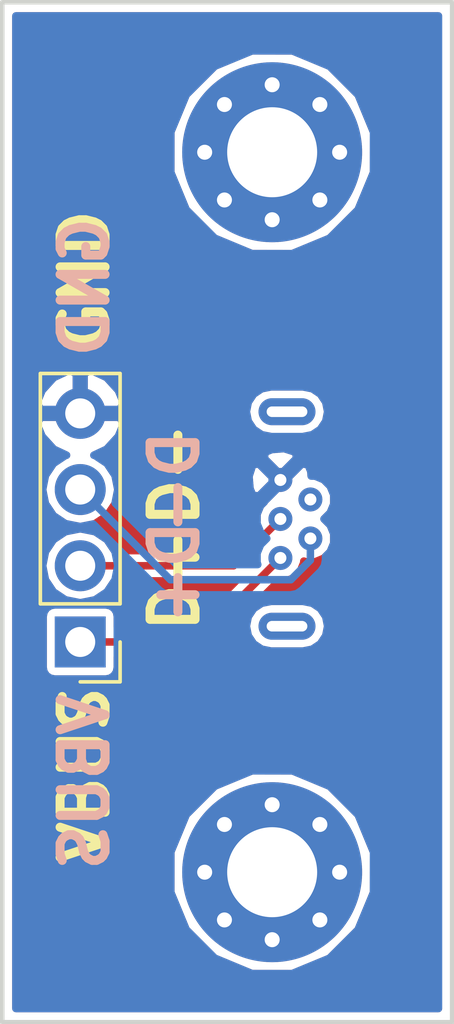
<source format=kicad_pcb>
(kicad_pcb (version 4) (host pcbnew 4.0.7-e2-6376~58~ubuntu16.04.1)

  (general
    (links 5)
    (no_connects 1)
    (area 138.924999 89.924999 154.075001 124.075001)
    (thickness 1.6)
    (drawings 20)
    (tracks 9)
    (zones 0)
    (modules 4)
    (nets 6)
  )

  (page A4)
  (layers
    (0 F.Cu signal)
    (31 B.Cu signal)
    (32 B.Adhes user)
    (33 F.Adhes user)
    (34 B.Paste user)
    (35 F.Paste user)
    (36 B.SilkS user)
    (37 F.SilkS user)
    (38 B.Mask user)
    (39 F.Mask user)
    (40 Dwgs.User user)
    (41 Cmts.User user)
    (42 Eco1.User user)
    (43 Eco2.User user)
    (44 Edge.Cuts user)
    (45 Margin user)
    (46 B.CrtYd user)
    (47 F.CrtYd user)
    (48 B.Fab user)
    (49 F.Fab user)
  )

  (setup
    (last_trace_width 0.25)
    (trace_clearance 0.2)
    (zone_clearance 0.254)
    (zone_45_only no)
    (trace_min 0.2)
    (segment_width 0.2)
    (edge_width 0.15)
    (via_size 0.6)
    (via_drill 0.4)
    (via_min_size 0.4)
    (via_min_drill 0.3)
    (uvia_size 0.3)
    (uvia_drill 0.1)
    (uvias_allowed no)
    (uvia_min_size 0.2)
    (uvia_min_drill 0.1)
    (pcb_text_width 0.3)
    (pcb_text_size 1.5 1.5)
    (mod_edge_width 0.15)
    (mod_text_size 1 1)
    (mod_text_width 0.15)
    (pad_size 1.524 1.524)
    (pad_drill 0.762)
    (pad_to_mask_clearance 0.01)
    (aux_axis_origin 0 0)
    (visible_elements FFFFFF7F)
    (pcbplotparams
      (layerselection 0x00030_80000001)
      (usegerberextensions false)
      (excludeedgelayer true)
      (linewidth 0.100000)
      (plotframeref false)
      (viasonmask false)
      (mode 1)
      (useauxorigin false)
      (hpglpennumber 1)
      (hpglpenspeed 20)
      (hpglpendiameter 15)
      (hpglpenoverlay 2)
      (psnegative false)
      (psa4output false)
      (plotreference true)
      (plotvalue true)
      (plotinvisibletext false)
      (padsonsilk false)
      (subtractmaskfromsilk false)
      (outputformat 1)
      (mirror false)
      (drillshape 1)
      (scaleselection 1)
      (outputdirectory ""))
  )

  (net 0 "")
  (net 1 VBUS)
  (net 2 D+)
  (net 3 D-)
  (net 4 GND)
  (net 5 "Net-(J1-Pad6)")

  (net_class Default "This is the default net class."
    (clearance 0.2)
    (trace_width 0.25)
    (via_dia 0.6)
    (via_drill 0.4)
    (uvia_dia 0.3)
    (uvia_drill 0.1)
    (add_net D+)
    (add_net D-)
    (add_net GND)
    (add_net "Net-(J1-Pad6)")
    (add_net VBUS)
  )

  (module Parts:Wurth_Micro_USB_2.0_Type_B_Vertical (layer F.Cu) (tedit 59AFECC7) (tstamp 59AFEA0A)
    (at 148.775 107.225 90)
    (path /59AFE650)
    (fp_text reference J1 (at 0 -3 90) (layer F.SilkS) hide
      (effects (font (size 1 1) (thickness 0.15)))
    )
    (fp_text value USB_OTG (at 0 3.5 90) (layer F.Fab) hide
      (effects (font (size 1 1) (thickness 0.15)))
    )
    (pad 1 thru_hole circle (at -1.3 -0.5 90) (size 0.8 0.8) (drill 0.4) (layers *.Cu *.Mask)
      (net 1 VBUS))
    (pad 2 thru_hole circle (at -0.65 0.5 90) (size 0.8 0.8) (drill 0.4) (layers *.Cu *.Mask)
      (net 3 D-))
    (pad 3 thru_hole circle (at 0 -0.5 90) (size 0.8 0.8) (drill 0.4) (layers *.Cu *.Mask)
      (net 2 D+))
    (pad 4 thru_hole circle (at 0.65 0.5 90) (size 0.8 0.8) (drill 0.4) (layers *.Cu *.Mask))
    (pad 5 thru_hole circle (at 1.3 -0.5 90) (size 0.8 0.8) (drill 0.4) (layers *.Cu *.Mask)
      (net 4 GND))
    (pad 6 thru_hole oval (at -3.575 -0.28 90) (size 0.9 1.9) (drill oval 0.35 1.35) (layers *.Cu *.Mask)
      (net 5 "Net-(J1-Pad6)"))
    (pad 6 thru_hole oval (at 3.575 -0.28 90) (size 0.9 1.9) (drill oval 0.35 1.35) (layers *.Cu *.Mask)
      (net 5 "Net-(J1-Pad6)"))
    (model /home/ron/mod/kicad/3D/Wurth_USB_TYPE_B.wrl
      (at (xyz 0 0.0125 0.055))
      (scale (xyz 1 1 1))
      (rotate (xyz 90 0 0))
    )
  )

  (module Pin_Headers:Pin_Header_Straight_1x04_Pitch2.54mm (layer F.Cu) (tedit 59AFECCA) (tstamp 59AFEA22)
    (at 141.6 111.325 180)
    (descr "Through hole straight pin header, 1x04, 2.54mm pitch, single row")
    (tags "Through hole pin header THT 1x04 2.54mm single row")
    (path /59AFE5DD)
    (fp_text reference J2 (at 0 -2.33 180) (layer F.SilkS) hide
      (effects (font (size 1 1) (thickness 0.15)))
    )
    (fp_text value Conn_01x04_Male (at 0 9.95 180) (layer F.Fab) hide
      (effects (font (size 1 1) (thickness 0.15)))
    )
    (fp_line (start -0.635 -1.27) (end 1.27 -1.27) (layer F.Fab) (width 0.1))
    (fp_line (start 1.27 -1.27) (end 1.27 8.89) (layer F.Fab) (width 0.1))
    (fp_line (start 1.27 8.89) (end -1.27 8.89) (layer F.Fab) (width 0.1))
    (fp_line (start -1.27 8.89) (end -1.27 -0.635) (layer F.Fab) (width 0.1))
    (fp_line (start -1.27 -0.635) (end -0.635 -1.27) (layer F.Fab) (width 0.1))
    (fp_line (start -1.33 8.95) (end 1.33 8.95) (layer F.SilkS) (width 0.12))
    (fp_line (start -1.33 1.27) (end -1.33 8.95) (layer F.SilkS) (width 0.12))
    (fp_line (start 1.33 1.27) (end 1.33 8.95) (layer F.SilkS) (width 0.12))
    (fp_line (start -1.33 1.27) (end 1.33 1.27) (layer F.SilkS) (width 0.12))
    (fp_line (start -1.33 0) (end -1.33 -1.33) (layer F.SilkS) (width 0.12))
    (fp_line (start -1.33 -1.33) (end 0 -1.33) (layer F.SilkS) (width 0.12))
    (fp_line (start -1.8 -1.8) (end -1.8 9.4) (layer F.CrtYd) (width 0.05))
    (fp_line (start -1.8 9.4) (end 1.8 9.4) (layer F.CrtYd) (width 0.05))
    (fp_line (start 1.8 9.4) (end 1.8 -1.8) (layer F.CrtYd) (width 0.05))
    (fp_line (start 1.8 -1.8) (end -1.8 -1.8) (layer F.CrtYd) (width 0.05))
    (fp_text user %R (at 0 3.81 270) (layer F.Fab)
      (effects (font (size 1 1) (thickness 0.15)))
    )
    (pad 1 thru_hole rect (at 0 0 180) (size 1.7 1.7) (drill 1) (layers *.Cu *.Mask)
      (net 1 VBUS))
    (pad 2 thru_hole oval (at 0 2.54 180) (size 1.7 1.7) (drill 1) (layers *.Cu *.Mask)
      (net 2 D+))
    (pad 3 thru_hole oval (at 0 5.08 180) (size 1.7 1.7) (drill 1) (layers *.Cu *.Mask)
      (net 3 D-))
    (pad 4 thru_hole oval (at 0 7.62 180) (size 1.7 1.7) (drill 1) (layers *.Cu *.Mask)
      (net 4 GND))
    (model ${KISYS3DMOD}/Pin_Headers.3dshapes/Pin_Header_Straight_1x04_Pitch2.54mm.wrl
      (at (xyz 0 0 0))
      (scale (xyz 1 1 1))
      (rotate (xyz 0 0 0))
    )
  )

  (module Mounting_Holes:MountingHole_3mm_Pad_Via (layer F.Cu) (tedit 59AFECD8) (tstamp 59AFEA3F)
    (at 148 95)
    (descr "Mounting Hole 3mm")
    (tags "mounting hole 3mm")
    (path /59AFE85C)
    (fp_text reference M1 (at 0 -4) (layer F.SilkS) hide
      (effects (font (size 1 1) (thickness 0.15)))
    )
    (fp_text value Mechanical_mounting (at 0 4) (layer F.Fab) hide
      (effects (font (size 1 1) (thickness 0.15)))
    )
    (fp_circle (center 0 0) (end 3 0) (layer Cmts.User) (width 0.15))
    (fp_circle (center 0 0) (end 3.25 0) (layer F.CrtYd) (width 0.05))
    (pad 1 thru_hole circle (at 0 0) (size 6 6) (drill 3) (layers *.Cu *.Mask))
    (pad "" thru_hole circle (at 2.25 0) (size 0.6 0.6) (drill 0.5) (layers *.Cu *.Mask))
    (pad "" thru_hole circle (at 1.59099 1.59099) (size 0.6 0.6) (drill 0.5) (layers *.Cu *.Mask))
    (pad "" thru_hole circle (at 0 2.25) (size 0.6 0.6) (drill 0.5) (layers *.Cu *.Mask))
    (pad "" thru_hole circle (at -1.59099 1.59099) (size 0.6 0.6) (drill 0.5) (layers *.Cu *.Mask))
    (pad "" thru_hole circle (at -2.25 0) (size 0.6 0.6) (drill 0.5) (layers *.Cu *.Mask))
    (pad "" thru_hole circle (at -1.59099 -1.59099) (size 0.6 0.6) (drill 0.5) (layers *.Cu *.Mask))
    (pad "" thru_hole circle (at 0 -2.25) (size 0.6 0.6) (drill 0.5) (layers *.Cu *.Mask))
    (pad "" thru_hole circle (at 1.59099 -1.59099) (size 0.6 0.6) (drill 0.5) (layers *.Cu *.Mask))
  )

  (module Mounting_Holes:MountingHole_3mm_Pad_Via (layer F.Cu) (tedit 59AFECD4) (tstamp 59AFEA4E)
    (at 148 119)
    (descr "Mounting Hole 3mm")
    (tags "mounting hole 3mm")
    (path /59AFE973)
    (fp_text reference M2 (at 0 -4) (layer F.SilkS) hide
      (effects (font (size 1 1) (thickness 0.15)))
    )
    (fp_text value Mechanical_mounting (at 0 4) (layer F.Fab) hide
      (effects (font (size 1 1) (thickness 0.15)))
    )
    (fp_circle (center 0 0) (end 3 0) (layer Cmts.User) (width 0.15))
    (fp_circle (center 0 0) (end 3.25 0) (layer F.CrtYd) (width 0.05))
    (pad 1 thru_hole circle (at 0 0) (size 6 6) (drill 3) (layers *.Cu *.Mask))
    (pad "" thru_hole circle (at 2.25 0) (size 0.6 0.6) (drill 0.5) (layers *.Cu *.Mask))
    (pad "" thru_hole circle (at 1.59099 1.59099) (size 0.6 0.6) (drill 0.5) (layers *.Cu *.Mask))
    (pad "" thru_hole circle (at 0 2.25) (size 0.6 0.6) (drill 0.5) (layers *.Cu *.Mask))
    (pad "" thru_hole circle (at -1.59099 1.59099) (size 0.6 0.6) (drill 0.5) (layers *.Cu *.Mask))
    (pad "" thru_hole circle (at -2.25 0) (size 0.6 0.6) (drill 0.5) (layers *.Cu *.Mask))
    (pad "" thru_hole circle (at -1.59099 -1.59099) (size 0.6 0.6) (drill 0.5) (layers *.Cu *.Mask))
    (pad "" thru_hole circle (at 0 -2.25) (size 0.6 0.6) (drill 0.5) (layers *.Cu *.Mask))
    (pad "" thru_hole circle (at 1.59099 -1.59099) (size 0.6 0.6) (drill 0.5) (layers *.Cu *.Mask))
  )

  (gr_arc (start 149 103.65) (end 149.01 103.55) (angle 162.979698) (layer Edge.Cuts) (width 0.15) (tstamp 59AFFE09))
  (gr_line (start 147.99 103.75) (end 149 103.75) (layer Edge.Cuts) (width 0.15) (tstamp 59AFFE00))
  (gr_line (start 147.98 103.55) (end 149.01 103.55) (layer Edge.Cuts) (width 0.15) (tstamp 59AFFDFB))
  (gr_arc (start 147.99 103.65) (end 147.99 103.75) (angle 180) (layer Edge.Cuts) (width 0.15) (tstamp 59AFFDEE))
  (gr_arc (start 147.99 110.8) (end 147.99 110.9) (angle 180) (layer Edge.Cuts) (width 0.15))
  (gr_line (start 147.99 110.9) (end 149.02 110.9) (layer Edge.Cuts) (width 0.15) (tstamp 59AFFD6C))
  (gr_arc (start 149 110.8) (end 149.01 110.7) (angle 162.9795862) (layer Edge.Cuts) (width 0.15))
  (gr_line (start 147.98 110.7) (end 149.01 110.7) (layer Edge.Cuts) (width 0.15))
  (gr_text D- (at 144.75 106 90) (layer B.SilkS)
    (effects (font (size 1.5 1.5) (thickness 0.3)) (justify mirror))
  )
  (gr_text D+ (at 144.75 109 90) (layer B.SilkS)
    (effects (font (size 1.5 1.5) (thickness 0.3)) (justify mirror))
  )
  (gr_text VBUS (at 141.75 116 90) (layer B.SilkS)
    (effects (font (size 1.5 1.5) (thickness 0.3)) (justify mirror))
  )
  (gr_text GND (at 141.75 99.5 90) (layer B.SilkS)
    (effects (font (size 1.5 1.5) (thickness 0.3)) (justify mirror))
  )
  (gr_text GND (at 141.75 99.25 90) (layer F.SilkS)
    (effects (font (size 1.5 1.5) (thickness 0.3)))
  )
  (gr_text VBUS (at 141.75 115.75 90) (layer F.SilkS)
    (effects (font (size 1.5 1.5) (thickness 0.3)))
  )
  (gr_text D- (at 144.75 105.75 90) (layer F.SilkS)
    (effects (font (size 1.5 1.5) (thickness 0.3)))
  )
  (gr_text D+ (at 144.75 109.25 90) (layer F.SilkS)
    (effects (font (size 1.5 1.5) (thickness 0.3)))
  )
  (gr_line (start 139 124) (end 139 90) (layer Edge.Cuts) (width 0.15))
  (gr_line (start 154 124) (end 139 124) (layer Edge.Cuts) (width 0.15))
  (gr_line (start 154 90) (end 154 124) (layer Edge.Cuts) (width 0.15))
  (gr_line (start 139 90) (end 154 90) (layer Edge.Cuts) (width 0.15))

  (segment (start 141.6 111.325) (end 145.475 111.325) (width 0.25) (layer F.Cu) (net 1))
  (segment (start 145.475 111.325) (end 148.275 108.525) (width 0.25) (layer F.Cu) (net 1))
  (segment (start 141.6 108.785) (end 146.715 108.785) (width 0.25) (layer F.Cu) (net 2))
  (segment (start 146.715 108.785) (end 148.275 107.225) (width 0.25) (layer F.Cu) (net 2))
  (segment (start 141.6 106.245) (end 144.605001 109.250001) (width 0.25) (layer B.Cu) (net 3))
  (segment (start 144.605001 109.250001) (end 148.623001 109.250001) (width 0.25) (layer B.Cu) (net 3))
  (segment (start 148.623001 109.250001) (end 149.275 108.598002) (width 0.25) (layer B.Cu) (net 3))
  (segment (start 149.275 108.598002) (end 149.275 108.440685) (width 0.25) (layer B.Cu) (net 3))
  (segment (start 149.275 108.440685) (end 149.275 107.875) (width 0.25) (layer B.Cu) (net 3))

  (zone (net 4) (net_name GND) (layer F.Cu) (tstamp 0) (hatch edge 0.508)
    (connect_pads (clearance 0.254))
    (min_thickness 0.254)
    (fill yes (arc_segments 16) (thermal_gap 0.508) (thermal_bridge_width 0.508))
    (polygon
      (pts
        (xy 139 90) (xy 154 90) (xy 154 124) (xy 139 124)
      )
    )
    (filled_polygon
      (pts
        (xy 153.544 123.544) (xy 139.456 123.544) (xy 139.456 119.669572) (xy 144.618414 119.669572) (xy 145.132056 120.912681)
        (xy 146.082317 121.864601) (xy 147.324527 122.380412) (xy 148.669572 122.381586) (xy 149.912681 121.867944) (xy 150.864601 120.917683)
        (xy 151.380412 119.675473) (xy 151.381586 118.330428) (xy 150.867944 117.087319) (xy 149.917683 116.135399) (xy 148.675473 115.619588)
        (xy 147.330428 115.618414) (xy 146.087319 116.132056) (xy 145.135399 117.082317) (xy 144.619588 118.324527) (xy 144.618414 119.669572)
        (xy 139.456 119.669572) (xy 139.456 108.785) (xy 140.344883 108.785) (xy 140.438587 109.256083) (xy 140.705435 109.655448)
        (xy 141.1048 109.922296) (xy 141.575883 110.016) (xy 141.624117 110.016) (xy 142.0952 109.922296) (xy 142.494565 109.655448)
        (xy 142.738082 109.291) (xy 146.715 109.291) (xy 146.812877 109.271531) (xy 145.265408 110.819) (xy 142.838464 110.819)
        (xy 142.838464 110.475) (xy 142.811897 110.33381) (xy 142.728454 110.204135) (xy 142.601134 110.117141) (xy 142.45 110.086536)
        (xy 140.75 110.086536) (xy 140.60881 110.113103) (xy 140.479135 110.196546) (xy 140.392141 110.323866) (xy 140.361536 110.475)
        (xy 140.361536 112.175) (xy 140.388103 112.31619) (xy 140.471546 112.445865) (xy 140.598866 112.532859) (xy 140.75 112.563464)
        (xy 142.45 112.563464) (xy 142.59119 112.536897) (xy 142.720865 112.453454) (xy 142.807859 112.326134) (xy 142.838464 112.175)
        (xy 142.838464 111.831) (xy 145.475 111.831) (xy 145.668638 111.792483) (xy 145.832796 111.682796) (xy 146.715592 110.8)
        (xy 147.137924 110.8) (xy 147.20118 111.11801) (xy 147.381318 111.387606) (xy 147.650914 111.567744) (xy 147.968924 111.631)
        (xy 149.021076 111.631) (xy 149.339086 111.567744) (xy 149.608682 111.387606) (xy 149.78882 111.11801) (xy 149.852076 110.8)
        (xy 149.78882 110.48199) (xy 149.608682 110.212394) (xy 149.339086 110.032256) (xy 149.021076 109.969) (xy 147.968924 109.969)
        (xy 147.650914 110.032256) (xy 147.381318 110.212394) (xy 147.20118 110.48199) (xy 147.137924 110.8) (xy 146.715592 110.8)
        (xy 148.209649 109.305943) (xy 148.429669 109.306136) (xy 148.716823 109.187486) (xy 148.936714 108.967979) (xy 149.055864 108.681032)
        (xy 149.055909 108.62968) (xy 149.118968 108.655864) (xy 149.429669 108.656136) (xy 149.716823 108.537486) (xy 149.936714 108.317979)
        (xy 150.055864 108.031032) (xy 150.056136 107.720331) (xy 149.937486 107.433177) (xy 149.729502 107.224829) (xy 149.936714 107.017979)
        (xy 150.055864 106.731032) (xy 150.056136 106.420331) (xy 149.937486 106.133177) (xy 149.717979 105.913286) (xy 149.431032 105.794136)
        (xy 149.302755 105.794024) (xy 149.289842 105.635682) (xy 149.19718 105.411977) (xy 148.99235 105.387255) (xy 148.454605 105.925)
        (xy 148.468748 105.939143) (xy 148.289143 106.118748) (xy 148.275 106.104605) (xy 147.737255 106.64235) (xy 147.73897 106.656557)
        (xy 147.613286 106.782021) (xy 147.494136 107.068968) (xy 147.493942 107.290466) (xy 146.505408 108.279) (xy 142.738082 108.279)
        (xy 142.494565 107.914552) (xy 142.0952 107.647704) (xy 141.624117 107.554) (xy 141.575883 107.554) (xy 141.1048 107.647704)
        (xy 140.705435 107.914552) (xy 140.438587 108.313917) (xy 140.344883 108.785) (xy 139.456 108.785) (xy 139.456 104.06189)
        (xy 140.158524 104.06189) (xy 140.328355 104.471924) (xy 140.718642 104.900183) (xy 141.143947 105.099917) (xy 141.1048 105.107704)
        (xy 140.705435 105.374552) (xy 140.438587 105.773917) (xy 140.344883 106.245) (xy 140.438587 106.716083) (xy 140.705435 107.115448)
        (xy 141.1048 107.382296) (xy 141.575883 107.476) (xy 141.624117 107.476) (xy 142.0952 107.382296) (xy 142.494565 107.115448)
        (xy 142.761413 106.716083) (xy 142.855117 106.245) (xy 142.767384 105.803931) (xy 147.226691 105.803931) (xy 147.260158 106.214318)
        (xy 147.35282 106.438023) (xy 147.55765 106.462745) (xy 148.095395 105.925) (xy 147.55765 105.387255) (xy 147.35282 105.411977)
        (xy 147.226691 105.803931) (xy 142.767384 105.803931) (xy 142.761413 105.773917) (xy 142.494565 105.374552) (xy 142.24478 105.20765)
        (xy 147.737255 105.20765) (xy 148.275 105.745395) (xy 148.812745 105.20765) (xy 148.788023 105.00282) (xy 148.396069 104.876691)
        (xy 147.985682 104.910158) (xy 147.761977 105.00282) (xy 147.737255 105.20765) (xy 142.24478 105.20765) (xy 142.0952 105.107704)
        (xy 142.056053 105.099917) (xy 142.481358 104.900183) (xy 142.871645 104.471924) (xy 143.041476 104.06189) (xy 142.920155 103.832)
        (xy 141.727 103.832) (xy 141.727 103.852) (xy 141.473 103.852) (xy 141.473 103.832) (xy 140.279845 103.832)
        (xy 140.158524 104.06189) (xy 139.456 104.06189) (xy 139.456 103.65) (xy 147.137924 103.65) (xy 147.20118 103.96801)
        (xy 147.381318 104.237606) (xy 147.650914 104.417744) (xy 147.968924 104.481) (xy 149.021076 104.481) (xy 149.339086 104.417744)
        (xy 149.608682 104.237606) (xy 149.78882 103.96801) (xy 149.852076 103.65) (xy 149.78882 103.33199) (xy 149.608682 103.062394)
        (xy 149.339086 102.882256) (xy 149.021076 102.819) (xy 147.968924 102.819) (xy 147.650914 102.882256) (xy 147.381318 103.062394)
        (xy 147.20118 103.33199) (xy 147.137924 103.65) (xy 139.456 103.65) (xy 139.456 103.34811) (xy 140.158524 103.34811)
        (xy 140.279845 103.578) (xy 141.473 103.578) (xy 141.473 102.384181) (xy 141.727 102.384181) (xy 141.727 103.578)
        (xy 142.920155 103.578) (xy 143.041476 103.34811) (xy 142.871645 102.938076) (xy 142.481358 102.509817) (xy 141.956892 102.263514)
        (xy 141.727 102.384181) (xy 141.473 102.384181) (xy 141.243108 102.263514) (xy 140.718642 102.509817) (xy 140.328355 102.938076)
        (xy 140.158524 103.34811) (xy 139.456 103.34811) (xy 139.456 95.669572) (xy 144.618414 95.669572) (xy 145.132056 96.912681)
        (xy 146.082317 97.864601) (xy 147.324527 98.380412) (xy 148.669572 98.381586) (xy 149.912681 97.867944) (xy 150.864601 96.917683)
        (xy 151.380412 95.675473) (xy 151.381586 94.330428) (xy 150.867944 93.087319) (xy 149.917683 92.135399) (xy 148.675473 91.619588)
        (xy 147.330428 91.618414) (xy 146.087319 92.132056) (xy 145.135399 93.082317) (xy 144.619588 94.324527) (xy 144.618414 95.669572)
        (xy 139.456 95.669572) (xy 139.456 90.456) (xy 153.544 90.456)
      )
    )
  )
  (zone (net 4) (net_name GND) (layer B.Cu) (tstamp 59AFEB2C) (hatch edge 0.508)
    (connect_pads (clearance 0.254))
    (min_thickness 0.254)
    (fill yes (arc_segments 16) (thermal_gap 0.508) (thermal_bridge_width 0.508))
    (polygon
      (pts
        (xy 139 90) (xy 154 90) (xy 154 124) (xy 139 124)
      )
    )
    (filled_polygon
      (pts
        (xy 153.544 123.544) (xy 139.456 123.544) (xy 139.456 119.669572) (xy 144.618414 119.669572) (xy 145.132056 120.912681)
        (xy 146.082317 121.864601) (xy 147.324527 122.380412) (xy 148.669572 122.381586) (xy 149.912681 121.867944) (xy 150.864601 120.917683)
        (xy 151.380412 119.675473) (xy 151.381586 118.330428) (xy 150.867944 117.087319) (xy 149.917683 116.135399) (xy 148.675473 115.619588)
        (xy 147.330428 115.618414) (xy 146.087319 116.132056) (xy 145.135399 117.082317) (xy 144.619588 118.324527) (xy 144.618414 119.669572)
        (xy 139.456 119.669572) (xy 139.456 110.475) (xy 140.361536 110.475) (xy 140.361536 112.175) (xy 140.388103 112.31619)
        (xy 140.471546 112.445865) (xy 140.598866 112.532859) (xy 140.75 112.563464) (xy 142.45 112.563464) (xy 142.59119 112.536897)
        (xy 142.720865 112.453454) (xy 142.807859 112.326134) (xy 142.838464 112.175) (xy 142.838464 110.8) (xy 147.137924 110.8)
        (xy 147.20118 111.11801) (xy 147.381318 111.387606) (xy 147.650914 111.567744) (xy 147.968924 111.631) (xy 149.021076 111.631)
        (xy 149.339086 111.567744) (xy 149.608682 111.387606) (xy 149.78882 111.11801) (xy 149.852076 110.8) (xy 149.78882 110.48199)
        (xy 149.608682 110.212394) (xy 149.339086 110.032256) (xy 149.021076 109.969) (xy 147.968924 109.969) (xy 147.650914 110.032256)
        (xy 147.381318 110.212394) (xy 147.20118 110.48199) (xy 147.137924 110.8) (xy 142.838464 110.8) (xy 142.838464 110.475)
        (xy 142.811897 110.33381) (xy 142.728454 110.204135) (xy 142.601134 110.117141) (xy 142.45 110.086536) (xy 140.75 110.086536)
        (xy 140.60881 110.113103) (xy 140.479135 110.196546) (xy 140.392141 110.323866) (xy 140.361536 110.475) (xy 139.456 110.475)
        (xy 139.456 108.785) (xy 140.344883 108.785) (xy 140.438587 109.256083) (xy 140.705435 109.655448) (xy 141.1048 109.922296)
        (xy 141.575883 110.016) (xy 141.624117 110.016) (xy 142.0952 109.922296) (xy 142.494565 109.655448) (xy 142.761413 109.256083)
        (xy 142.855117 108.785) (xy 142.761413 108.313917) (xy 142.494565 107.914552) (xy 142.0952 107.647704) (xy 141.624117 107.554)
        (xy 141.575883 107.554) (xy 141.1048 107.647704) (xy 140.705435 107.914552) (xy 140.438587 108.313917) (xy 140.344883 108.785)
        (xy 139.456 108.785) (xy 139.456 104.06189) (xy 140.158524 104.06189) (xy 140.328355 104.471924) (xy 140.718642 104.900183)
        (xy 141.143947 105.099917) (xy 141.1048 105.107704) (xy 140.705435 105.374552) (xy 140.438587 105.773917) (xy 140.344883 106.245)
        (xy 140.438587 106.716083) (xy 140.705435 107.115448) (xy 141.1048 107.382296) (xy 141.575883 107.476) (xy 141.624117 107.476)
        (xy 142.033898 107.39449) (xy 144.247205 109.607797) (xy 144.411363 109.717484) (xy 144.605001 109.756001) (xy 148.623001 109.756001)
        (xy 148.816639 109.717484) (xy 148.980797 109.607797) (xy 149.632796 108.955798) (xy 149.742483 108.79164) (xy 149.781 108.598002)
        (xy 149.781 108.473421) (xy 149.936714 108.317979) (xy 150.055864 108.031032) (xy 150.056136 107.720331) (xy 149.937486 107.433177)
        (xy 149.729502 107.224829) (xy 149.936714 107.017979) (xy 150.055864 106.731032) (xy 150.056136 106.420331) (xy 149.937486 106.133177)
        (xy 149.717979 105.913286) (xy 149.431032 105.794136) (xy 149.302755 105.794024) (xy 149.289842 105.635682) (xy 149.19718 105.411977)
        (xy 148.99235 105.387255) (xy 148.454605 105.925) (xy 148.468748 105.939143) (xy 148.289143 106.118748) (xy 148.275 106.104605)
        (xy 147.737255 106.64235) (xy 147.73897 106.656557) (xy 147.613286 106.782021) (xy 147.494136 107.068968) (xy 147.493864 107.379669)
        (xy 147.612514 107.666823) (xy 147.820498 107.875171) (xy 147.613286 108.082021) (xy 147.494136 108.368968) (xy 147.493864 108.679669)
        (xy 147.520446 108.744001) (xy 144.814593 108.744001) (xy 142.765604 106.695012) (xy 142.855117 106.245) (xy 142.767384 105.803931)
        (xy 147.226691 105.803931) (xy 147.260158 106.214318) (xy 147.35282 106.438023) (xy 147.55765 106.462745) (xy 148.095395 105.925)
        (xy 147.55765 105.387255) (xy 147.35282 105.411977) (xy 147.226691 105.803931) (xy 142.767384 105.803931) (xy 142.761413 105.773917)
        (xy 142.494565 105.374552) (xy 142.24478 105.20765) (xy 147.737255 105.20765) (xy 148.275 105.745395) (xy 148.812745 105.20765)
        (xy 148.788023 105.00282) (xy 148.396069 104.876691) (xy 147.985682 104.910158) (xy 147.761977 105.00282) (xy 147.737255 105.20765)
        (xy 142.24478 105.20765) (xy 142.0952 105.107704) (xy 142.056053 105.099917) (xy 142.481358 104.900183) (xy 142.871645 104.471924)
        (xy 143.041476 104.06189) (xy 142.920155 103.832) (xy 141.727 103.832) (xy 141.727 103.852) (xy 141.473 103.852)
        (xy 141.473 103.832) (xy 140.279845 103.832) (xy 140.158524 104.06189) (xy 139.456 104.06189) (xy 139.456 103.65)
        (xy 147.137924 103.65) (xy 147.20118 103.96801) (xy 147.381318 104.237606) (xy 147.650914 104.417744) (xy 147.968924 104.481)
        (xy 149.021076 104.481) (xy 149.339086 104.417744) (xy 149.608682 104.237606) (xy 149.78882 103.96801) (xy 149.852076 103.65)
        (xy 149.78882 103.33199) (xy 149.608682 103.062394) (xy 149.339086 102.882256) (xy 149.021076 102.819) (xy 147.968924 102.819)
        (xy 147.650914 102.882256) (xy 147.381318 103.062394) (xy 147.20118 103.33199) (xy 147.137924 103.65) (xy 139.456 103.65)
        (xy 139.456 103.34811) (xy 140.158524 103.34811) (xy 140.279845 103.578) (xy 141.473 103.578) (xy 141.473 102.384181)
        (xy 141.727 102.384181) (xy 141.727 103.578) (xy 142.920155 103.578) (xy 143.041476 103.34811) (xy 142.871645 102.938076)
        (xy 142.481358 102.509817) (xy 141.956892 102.263514) (xy 141.727 102.384181) (xy 141.473 102.384181) (xy 141.243108 102.263514)
        (xy 140.718642 102.509817) (xy 140.328355 102.938076) (xy 140.158524 103.34811) (xy 139.456 103.34811) (xy 139.456 95.669572)
        (xy 144.618414 95.669572) (xy 145.132056 96.912681) (xy 146.082317 97.864601) (xy 147.324527 98.380412) (xy 148.669572 98.381586)
        (xy 149.912681 97.867944) (xy 150.864601 96.917683) (xy 151.380412 95.675473) (xy 151.381586 94.330428) (xy 150.867944 93.087319)
        (xy 149.917683 92.135399) (xy 148.675473 91.619588) (xy 147.330428 91.618414) (xy 146.087319 92.132056) (xy 145.135399 93.082317)
        (xy 144.619588 94.324527) (xy 144.618414 95.669572) (xy 139.456 95.669572) (xy 139.456 90.456) (xy 153.544 90.456)
      )
    )
  )
)

</source>
